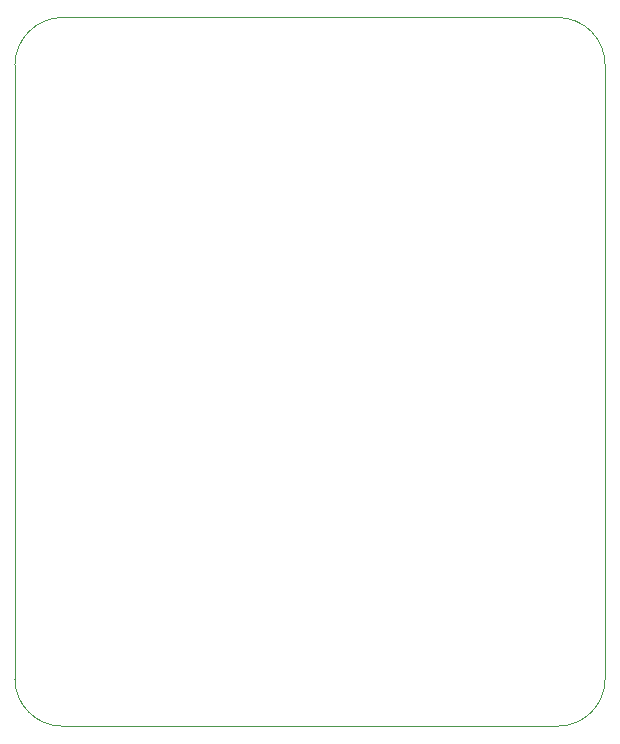
<source format=gbr>
%TF.GenerationSoftware,Altium Limited,Altium Designer,20.0.12 (288)*%
G04 Layer_Color=0*
%FSLAX45Y45*%
%MOMM*%
%TF.FileFunction,Profile,NP*%
%TF.Part,Single*%
G01*
G75*
%TA.AperFunction,Profile*%
%ADD86C,0.02540*%
D86*
X12930000Y2946008D02*
G03*
X13331007Y2545000I401008J0D01*
G01*
X17526685D01*
D02*
G03*
X17927200Y2945517I0J400517D01*
G01*
Y8142749D01*
D02*
G03*
X17524950Y8545000I-402251J0D01*
G01*
X13334981D01*
D02*
G03*
X12930000Y8140019I0J-404981D01*
G01*
Y2946008D01*
%TF.MD5,9efb78a18461721ad575b829d5201d95*%
M02*

</source>
